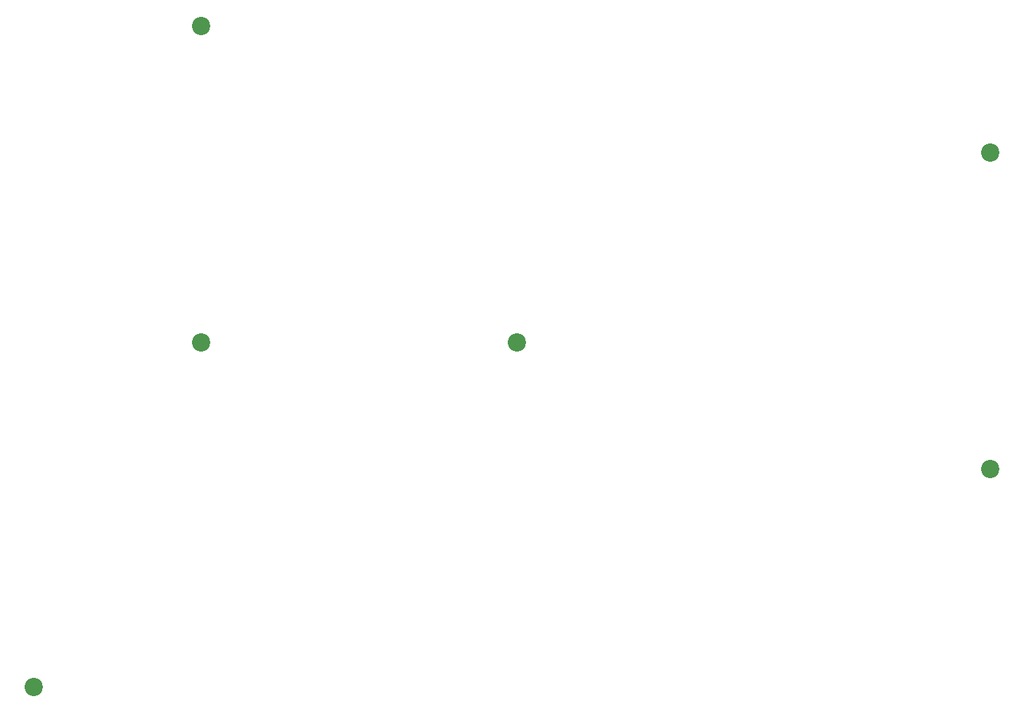
<source format=gbr>
%TF.GenerationSoftware,KiCad,Pcbnew,9.0.3-1.fc42*%
%TF.CreationDate,2025-08-27T19:58:10+02:00*%
%TF.ProjectId,plate_right,706c6174-655f-4726-9967-68742e6b6963,v1.0.0*%
%TF.SameCoordinates,Original*%
%TF.FileFunction,Soldermask,Top*%
%TF.FilePolarity,Negative*%
%FSLAX46Y46*%
G04 Gerber Fmt 4.6, Leading zero omitted, Abs format (unit mm)*
G04 Created by KiCad (PCBNEW 9.0.3-1.fc42) date 2025-08-27 19:58:10*
%MOMM*%
%LPD*%
G01*
G04 APERTURE LIST*
%ADD10C,2.200000*%
G04 APERTURE END LIST*
D10*
%TO.C,REF\u002A\u002A*%
X376000000Y-152400000D03*
%TD*%
%TO.C,REF\u002A\u002A*%
X376000000Y-190500000D03*
%TD*%
%TO.C,REF\u002A\u002A*%
X319000000Y-175200000D03*
%TD*%
%TO.C,REF\u002A\u002A*%
X260800000Y-216700000D03*
%TD*%
%TO.C,REF\u002A\u002A*%
X281000000Y-175200000D03*
%TD*%
%TO.C,REF\u002A\u002A*%
X281000000Y-137100000D03*
%TD*%
M02*

</source>
